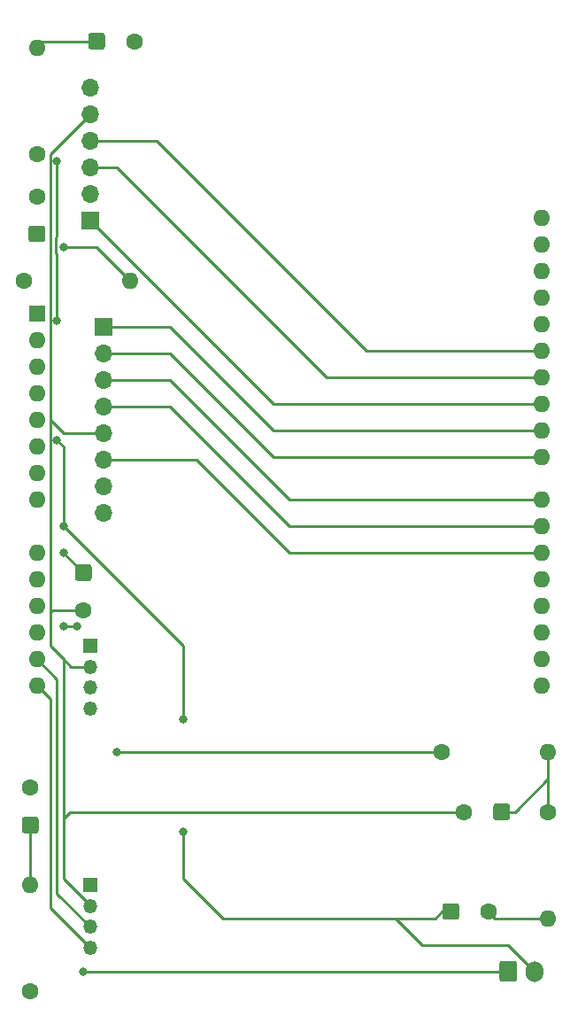
<source format=gbr>
%TF.GenerationSoftware,KiCad,Pcbnew,(5.1.10)-1*%
%TF.CreationDate,2021-11-04T12:05:46-05:00*%
%TF.ProjectId,SR Design1,53522044-6573-4696-976e-312e6b696361,rev?*%
%TF.SameCoordinates,Original*%
%TF.FileFunction,Copper,L1,Top*%
%TF.FilePolarity,Positive*%
%FSLAX46Y46*%
G04 Gerber Fmt 4.6, Leading zero omitted, Abs format (unit mm)*
G04 Created by KiCad (PCBNEW (5.1.10)-1) date 2021-11-04 12:05:46*
%MOMM*%
%LPD*%
G01*
G04 APERTURE LIST*
%TA.AperFunction,ComponentPad*%
%ADD10O,1.700000X2.000000*%
%TD*%
%TA.AperFunction,ComponentPad*%
%ADD11C,1.600000*%
%TD*%
%TA.AperFunction,ComponentPad*%
%ADD12O,1.600000X1.600000*%
%TD*%
%TA.AperFunction,ComponentPad*%
%ADD13O,1.350000X1.350000*%
%TD*%
%TA.AperFunction,ComponentPad*%
%ADD14R,1.350000X1.350000*%
%TD*%
%TA.AperFunction,ComponentPad*%
%ADD15O,1.700000X1.700000*%
%TD*%
%TA.AperFunction,ComponentPad*%
%ADD16R,1.700000X1.700000*%
%TD*%
%TA.AperFunction,ComponentPad*%
%ADD17R,1.600000X1.600000*%
%TD*%
%TA.AperFunction,ViaPad*%
%ADD18C,0.800000*%
%TD*%
%TA.AperFunction,Conductor*%
%ADD19C,0.250000*%
%TD*%
G04 APERTURE END LIST*
D10*
%TO.P,Batt1,2*%
%TO.N,Net-(A1-Pad8)*%
X140295000Y-155575000D03*
%TO.P,Batt1,1*%
%TO.N,Net-(A1-Pad7)*%
%TA.AperFunction,ComponentPad*%
G36*
G01*
X136945000Y-156325000D02*
X136945000Y-154825000D01*
G75*
G02*
X137195000Y-154575000I250000J0D01*
G01*
X138395000Y-154575000D01*
G75*
G02*
X138645000Y-154825000I0J-250000D01*
G01*
X138645000Y-156325000D01*
G75*
G02*
X138395000Y-156575000I-250000J0D01*
G01*
X137195000Y-156575000D01*
G75*
G02*
X136945000Y-156325000I0J250000D01*
G01*
G37*
%TD.AperFunction*%
%TD*%
D11*
%TO.P,P1,2*%
%TO.N,Net-(AUX1-Pad2)*%
X97155000Y-121075000D03*
%TO.P,P1,1*%
%TO.N,Net-(A1-Pad5)*%
%TA.AperFunction,ComponentPad*%
G36*
G01*
X96605000Y-116675000D02*
X97705000Y-116675000D01*
G75*
G02*
X97955000Y-116925000I0J-250000D01*
G01*
X97955000Y-118025000D01*
G75*
G02*
X97705000Y-118275000I-250000J0D01*
G01*
X96605000Y-118275000D01*
G75*
G02*
X96355000Y-118025000I0J250000D01*
G01*
X96355000Y-116925000D01*
G75*
G02*
X96605000Y-116675000I250000J0D01*
G01*
G37*
%TD.AperFunction*%
%TD*%
%TO.P,AUX2,1*%
%TO.N,Net-(A1-Pad8)*%
%TA.AperFunction,ComponentPad*%
G36*
G01*
X131490000Y-150410000D02*
X131490000Y-149310000D01*
G75*
G02*
X131740000Y-149060000I250000J0D01*
G01*
X132840000Y-149060000D01*
G75*
G02*
X133090000Y-149310000I0J-250000D01*
G01*
X133090000Y-150410000D01*
G75*
G02*
X132840000Y-150660000I-250000J0D01*
G01*
X131740000Y-150660000D01*
G75*
G02*
X131490000Y-150410000I0J250000D01*
G01*
G37*
%TD.AperFunction*%
%TO.P,AUX2,2*%
%TO.N,Net-(AUX2-Pad2)*%
X135890000Y-149860000D03*
%TD*%
%TO.P,L3,2*%
%TO.N,Net-(A1-Pad7)*%
X92710000Y-81490000D03*
%TO.P,L3,1*%
%TO.N,Net-(L3-Pad1)*%
%TA.AperFunction,ComponentPad*%
G36*
G01*
X93260000Y-85890000D02*
X92160000Y-85890000D01*
G75*
G02*
X91910000Y-85640000I0J250000D01*
G01*
X91910000Y-84540000D01*
G75*
G02*
X92160000Y-84290000I250000J0D01*
G01*
X93260000Y-84290000D01*
G75*
G02*
X93510000Y-84540000I0J-250000D01*
G01*
X93510000Y-85640000D01*
G75*
G02*
X93260000Y-85890000I-250000J0D01*
G01*
G37*
%TD.AperFunction*%
%TD*%
%TO.P,L2,2*%
%TO.N,Net-(A1-Pad7)*%
X102025000Y-66675000D03*
%TO.P,L2,1*%
%TO.N,Net-(L2-Pad1)*%
%TA.AperFunction,ComponentPad*%
G36*
G01*
X97625000Y-67225000D02*
X97625000Y-66125000D01*
G75*
G02*
X97875000Y-65875000I250000J0D01*
G01*
X98975000Y-65875000D01*
G75*
G02*
X99225000Y-66125000I0J-250000D01*
G01*
X99225000Y-67225000D01*
G75*
G02*
X98975000Y-67475000I-250000J0D01*
G01*
X97875000Y-67475000D01*
G75*
G02*
X97625000Y-67225000I0J250000D01*
G01*
G37*
%TD.AperFunction*%
%TD*%
%TO.P,L1,2*%
%TO.N,Net-(A1-Pad7)*%
X92075000Y-138005000D03*
%TO.P,L1,1*%
%TO.N,Net-(L1-Pad1)*%
%TA.AperFunction,ComponentPad*%
G36*
G01*
X92625000Y-142405000D02*
X91525000Y-142405000D01*
G75*
G02*
X91275000Y-142155000I0J250000D01*
G01*
X91275000Y-141055000D01*
G75*
G02*
X91525000Y-140805000I250000J0D01*
G01*
X92625000Y-140805000D01*
G75*
G02*
X92875000Y-141055000I0J-250000D01*
G01*
X92875000Y-142155000D01*
G75*
G02*
X92625000Y-142405000I-250000J0D01*
G01*
G37*
%TD.AperFunction*%
%TD*%
%TO.P,AUX1,2*%
%TO.N,Net-(AUX1-Pad2)*%
X133560000Y-140335000D03*
%TO.P,AUX1,1*%
%TO.N,Net-(AUX1-Pad1)*%
%TA.AperFunction,ComponentPad*%
G36*
G01*
X137960000Y-139785000D02*
X137960000Y-140885000D01*
G75*
G02*
X137710000Y-141135000I-250000J0D01*
G01*
X136610000Y-141135000D01*
G75*
G02*
X136360000Y-140885000I0J250000D01*
G01*
X136360000Y-139785000D01*
G75*
G02*
X136610000Y-139535000I250000J0D01*
G01*
X137710000Y-139535000D01*
G75*
G02*
X137960000Y-139785000I0J-250000D01*
G01*
G37*
%TD.AperFunction*%
%TD*%
D12*
%TO.P,R3,2*%
%TO.N,Net-(L3-Pad1)*%
X101600000Y-89535000D03*
D11*
%TO.P,R3,1*%
%TO.N,Net-(A1-Pad4)*%
X91440000Y-89535000D03*
%TD*%
D12*
%TO.P,R5,2*%
%TO.N,Net-(AUX2-Pad2)*%
X141605000Y-150495000D03*
D11*
%TO.P,R5,1*%
%TO.N,Net-(AUX1-Pad1)*%
X141605000Y-140335000D03*
%TD*%
D12*
%TO.P,R4,2*%
%TO.N,Net-(AUX1-Pad1)*%
X141605000Y-134620000D03*
D11*
%TO.P,R4,1*%
%TO.N,Net-(A1-Pad7)*%
X131445000Y-134620000D03*
%TD*%
D13*
%TO.P,J2,4*%
%TO.N,Net-(A1-Pad18)*%
X97790000Y-130460000D03*
%TO.P,J2,3*%
%TO.N,Net-(A1-Pad19)*%
X97790000Y-128460000D03*
%TO.P,J2,2*%
%TO.N,Net-(AUX1-Pad2)*%
X97790000Y-126460000D03*
D14*
%TO.P,J2,1*%
%TO.N,Net-(A1-Pad7)*%
X97790000Y-124460000D03*
%TD*%
D13*
%TO.P,J1,4*%
%TO.N,Net-(A1-Pad14)*%
X97790000Y-153320000D03*
%TO.P,J1,3*%
%TO.N,Net-(A1-Pad13)*%
X97790000Y-151320000D03*
%TO.P,J1,2*%
%TO.N,Net-(AUX1-Pad2)*%
X97790000Y-149320000D03*
D14*
%TO.P,J1,1*%
%TO.N,Net-(A1-Pad7)*%
X97790000Y-147320000D03*
%TD*%
D12*
%TO.P,R1,2*%
%TO.N,Net-(L1-Pad1)*%
X92075000Y-147320000D03*
D11*
%TO.P,R1,1*%
%TO.N,Net-(A1-Pad17)*%
X92075000Y-157480000D03*
%TD*%
D12*
%TO.P,R2,2*%
%TO.N,Net-(L2-Pad1)*%
X92710000Y-67310000D03*
D11*
%TO.P,R2,1*%
%TO.N,Net-(A1-Pad8)*%
X92710000Y-77470000D03*
%TD*%
D15*
%TO.P,J3,8*%
%TO.N,Net-(A1-Pad12)*%
X99060000Y-111760000D03*
%TO.P,J3,7*%
%TO.N,Net-(A1-Pad7)*%
X99060000Y-109220000D03*
%TO.P,J3,6*%
%TO.N,Net-(A1-Pad20)*%
X99060000Y-106680000D03*
%TO.P,J3,5*%
%TO.N,Net-(AUX1-Pad2)*%
X99060000Y-104140000D03*
%TO.P,J3,4*%
%TO.N,Net-(A1-Pad21)*%
X99060000Y-101600000D03*
%TO.P,J3,3*%
%TO.N,Net-(A1-Pad22)*%
X99060000Y-99060000D03*
%TO.P,J3,2*%
%TO.N,Net-(A1-Pad23)*%
X99060000Y-96520000D03*
D16*
%TO.P,J3,1*%
%TO.N,Net-(A1-Pad24)*%
X99060000Y-93980000D03*
%TD*%
D12*
%TO.P,A1,16*%
%TO.N,Net-(A1-Pad16)*%
X140970000Y-125730000D03*
%TO.P,A1,15*%
%TO.N,Net-(A1-Pad15)*%
X140970000Y-128270000D03*
%TO.P,A1,30*%
%TO.N,Net-(A1-Pad30)*%
X140970000Y-88650000D03*
%TO.P,A1,14*%
%TO.N,Net-(A1-Pad14)*%
X92710000Y-128270000D03*
%TO.P,A1,29*%
%TO.N,Net-(A1-Pad29)*%
X140970000Y-91190000D03*
%TO.P,A1,13*%
%TO.N,Net-(A1-Pad13)*%
X92710000Y-125730000D03*
%TO.P,A1,28*%
%TO.N,Net-(A1-Pad28)*%
X140970000Y-93730000D03*
%TO.P,A1,12*%
%TO.N,Net-(A1-Pad12)*%
X92710000Y-123190000D03*
%TO.P,A1,27*%
%TO.N,Net-(A1-Pad27)*%
X140970000Y-96270000D03*
%TO.P,A1,11*%
%TO.N,Net-(A1-Pad11)*%
X92710000Y-120650000D03*
%TO.P,A1,26*%
%TO.N,Net-(A1-Pad26)*%
X140970000Y-98810000D03*
%TO.P,A1,10*%
%TO.N,Net-(A1-Pad10)*%
X92710000Y-118110000D03*
%TO.P,A1,25*%
%TO.N,Net-(A1-Pad25)*%
X140970000Y-101350000D03*
%TO.P,A1,9*%
%TO.N,Net-(A1-Pad9)*%
X92710000Y-115570000D03*
%TO.P,A1,24*%
%TO.N,Net-(A1-Pad24)*%
X140970000Y-103890000D03*
%TO.P,A1,8*%
%TO.N,Net-(A1-Pad8)*%
X92710000Y-110490000D03*
%TO.P,A1,23*%
%TO.N,Net-(A1-Pad23)*%
X140970000Y-106430000D03*
%TO.P,A1,7*%
%TO.N,Net-(A1-Pad7)*%
X92710000Y-107950000D03*
%TO.P,A1,22*%
%TO.N,Net-(A1-Pad22)*%
X140970000Y-110490000D03*
%TO.P,A1,6*%
%TO.N,Net-(A1-Pad6)*%
X92710000Y-105410000D03*
%TO.P,A1,21*%
%TO.N,Net-(A1-Pad21)*%
X140970000Y-113030000D03*
%TO.P,A1,5*%
%TO.N,Net-(A1-Pad5)*%
X92710000Y-102870000D03*
%TO.P,A1,20*%
%TO.N,Net-(A1-Pad20)*%
X140970000Y-115570000D03*
%TO.P,A1,4*%
%TO.N,Net-(A1-Pad4)*%
X92710000Y-100330000D03*
%TO.P,A1,19*%
%TO.N,Net-(A1-Pad19)*%
X140970000Y-118110000D03*
%TO.P,A1,3*%
%TO.N,Net-(A1-Pad3)*%
X92710000Y-97790000D03*
%TO.P,A1,18*%
%TO.N,Net-(A1-Pad18)*%
X140970000Y-120650000D03*
%TO.P,A1,2*%
%TO.N,Net-(A1-Pad2)*%
X92710000Y-95250000D03*
%TO.P,A1,17*%
%TO.N,Net-(A1-Pad17)*%
X140970000Y-123190000D03*
D17*
%TO.P,A1,1*%
%TO.N,Net-(A1-Pad1)*%
X92710000Y-92710000D03*
D12*
%TO.P,A1,31*%
%TO.N,Net-(A1-Pad31)*%
X140970000Y-86110000D03*
%TO.P,A1,32*%
%TO.N,Net-(A1-Pad32)*%
X140970000Y-83570000D03*
%TD*%
D15*
%TO.P,J4,6*%
%TO.N,Net-(A1-Pad7)*%
X97790000Y-71120000D03*
%TO.P,J4,5*%
%TO.N,Net-(AUX1-Pad2)*%
X97790000Y-73660000D03*
%TO.P,J4,4*%
%TO.N,Net-(A1-Pad27)*%
X97790000Y-76200000D03*
%TO.P,J4,3*%
%TO.N,Net-(A1-Pad26)*%
X97790000Y-78740000D03*
%TO.P,J4,2*%
%TO.N,Net-(A1-Pad28)*%
X97790000Y-81280000D03*
D16*
%TO.P,J4,1*%
%TO.N,Net-(A1-Pad25)*%
X97790000Y-83820000D03*
%TD*%
D18*
%TO.N,Net-(A1-Pad12)*%
X95250000Y-122555000D03*
X96520000Y-122555000D03*
%TO.N,Net-(A1-Pad8)*%
X94615000Y-104775000D03*
X94615000Y-93345000D03*
X94615000Y-78105000D03*
X95250000Y-113030000D03*
X106680000Y-131445000D03*
X106680000Y-142240000D03*
%TO.N,Net-(A1-Pad7)*%
X100330000Y-134620000D03*
X97155000Y-155575000D03*
%TO.N,Net-(A1-Pad5)*%
X95250000Y-115570000D03*
%TO.N,Net-(L3-Pad1)*%
X95250000Y-86360000D03*
%TD*%
D19*
%TO.N,Net-(A1-Pad14)*%
X92710000Y-128270000D02*
X93980000Y-129540000D01*
X97790000Y-153320000D02*
X93980000Y-149510000D01*
X93980000Y-149510000D02*
X93980000Y-129540000D01*
%TO.N,Net-(A1-Pad13)*%
X97790000Y-151320000D02*
X94615000Y-148145000D01*
X94615000Y-148145000D02*
X94615000Y-127635000D01*
X92710000Y-125730000D02*
X94615000Y-127635000D01*
%TO.N,Net-(A1-Pad12)*%
X96520000Y-122555000D02*
X95250000Y-122555000D01*
%TO.N,Net-(A1-Pad27)*%
X97790000Y-76200000D02*
X104140000Y-76200000D01*
X124210000Y-96270000D02*
X140970000Y-96270000D01*
X104140000Y-76200000D02*
X124210000Y-96270000D01*
%TO.N,Net-(A1-Pad26)*%
X97790000Y-78740000D02*
X100330000Y-78740000D01*
X120400000Y-98810000D02*
X140970000Y-98810000D01*
X100330000Y-78740000D02*
X120400000Y-98810000D01*
%TO.N,Net-(A1-Pad25)*%
X115320000Y-101350000D02*
X140970000Y-101350000D01*
X97790000Y-83820000D02*
X115320000Y-101350000D01*
%TO.N,Net-(A1-Pad24)*%
X99060000Y-93980000D02*
X105410000Y-93980000D01*
X115320000Y-103890000D02*
X140970000Y-103890000D01*
X105410000Y-93980000D02*
X115320000Y-103890000D01*
%TO.N,Net-(A1-Pad8)*%
X106680000Y-124460000D02*
X95250000Y-113030000D01*
X106680000Y-131445000D02*
X106680000Y-124460000D01*
X94615000Y-92619999D02*
X94615000Y-93345000D01*
X94615000Y-86995000D02*
X94615000Y-92619999D01*
X94524999Y-86904999D02*
X94615000Y-86995000D01*
X94524999Y-85438001D02*
X94524999Y-86904999D01*
X94615000Y-85348000D02*
X94524999Y-85438001D01*
X94615000Y-78105000D02*
X94615000Y-85348000D01*
X95250000Y-113030000D02*
X95250000Y-105410000D01*
X94615000Y-104775000D02*
X95250000Y-105410000D01*
X106680000Y-142240000D02*
X106680000Y-146685000D01*
X106680000Y-146685000D02*
X110490000Y-150495000D01*
X126365000Y-150495000D02*
X125730000Y-150495000D01*
X110490000Y-150495000D02*
X126365000Y-150495000D01*
X132290000Y-149860000D02*
X131445000Y-149860000D01*
X131445000Y-149860000D02*
X130810000Y-150495000D01*
X140295000Y-155575000D02*
X137755000Y-153035000D01*
X129540000Y-153035000D02*
X127000000Y-150495000D01*
X137755000Y-153035000D02*
X129540000Y-153035000D01*
X127000000Y-150495000D02*
X125730000Y-150495000D01*
X130810000Y-150495000D02*
X127000000Y-150495000D01*
%TO.N,Net-(A1-Pad23)*%
X140970000Y-106430000D02*
X115320000Y-106430000D01*
X105410000Y-96520000D02*
X99060000Y-96520000D01*
X115320000Y-106430000D02*
X105410000Y-96520000D01*
%TO.N,Net-(A1-Pad7)*%
X131445000Y-134620000D02*
X101600000Y-134620000D01*
X101600000Y-134620000D02*
X100330000Y-134620000D01*
X119380000Y-155575000D02*
X97155000Y-155575000D01*
X137795000Y-155575000D02*
X119380000Y-155575000D01*
%TO.N,Net-(A1-Pad22)*%
X140970000Y-110490000D02*
X116840000Y-110490000D01*
X105410000Y-99060000D02*
X99060000Y-99060000D01*
X116840000Y-110490000D02*
X105410000Y-99060000D01*
%TO.N,Net-(A1-Pad21)*%
X140970000Y-113030000D02*
X116840000Y-113030000D01*
X116840000Y-113030000D02*
X105410000Y-101600000D01*
X105410000Y-101600000D02*
X99060000Y-101600000D01*
%TO.N,Net-(A1-Pad5)*%
X95250000Y-115570000D02*
X97155000Y-117475000D01*
%TO.N,Net-(A1-Pad20)*%
X99060000Y-106680000D02*
X107950000Y-106680000D01*
X116840000Y-115570000D02*
X140970000Y-115570000D01*
X107950000Y-106680000D02*
X116840000Y-115570000D01*
%TO.N,Net-(A1-Pad19)*%
X141031040Y-118171040D02*
X140970000Y-118110000D01*
%TO.N,Net-(L1-Pad1)*%
X92075000Y-141605000D02*
X92075000Y-147320000D01*
%TO.N,Net-(L2-Pad1)*%
X93345000Y-66675000D02*
X92710000Y-67310000D01*
X98425000Y-66675000D02*
X93345000Y-66675000D01*
%TO.N,Net-(AUX1-Pad1)*%
X138430000Y-140335000D02*
X141605000Y-137160000D01*
X141605000Y-137160000D02*
X141605000Y-140335000D01*
X137160000Y-140335000D02*
X138430000Y-140335000D01*
X141605000Y-134620000D02*
X141605000Y-137160000D01*
%TO.N,Net-(L3-Pad1)*%
X98425000Y-86360000D02*
X95250000Y-86360000D01*
X98425000Y-86360000D02*
X101600000Y-89535000D01*
%TO.N,Net-(AUX1-Pad2)*%
X93980000Y-102870000D02*
X95250000Y-104140000D01*
X95250000Y-76200000D02*
X97790000Y-73660000D01*
X95250000Y-104140000D02*
X99060000Y-104140000D01*
X95980000Y-126460000D02*
X95250000Y-125730000D01*
X97790000Y-126460000D02*
X95980000Y-126460000D01*
X97790000Y-149255002D02*
X97790000Y-149320000D01*
X95250000Y-146715002D02*
X97790000Y-149255002D01*
X95250000Y-125730000D02*
X93980000Y-124460000D01*
X93980000Y-102870000D02*
X93980000Y-77470000D01*
X93980000Y-77470000D02*
X95250000Y-76200000D01*
X133560000Y-140335000D02*
X131445000Y-140335000D01*
X95250000Y-125730000D02*
X95250000Y-140335000D01*
X94190000Y-121075000D02*
X93980000Y-121285000D01*
X97155000Y-121075000D02*
X94190000Y-121075000D01*
X93980000Y-121285000D02*
X93980000Y-102870000D01*
X93980000Y-124460000D02*
X93980000Y-121285000D01*
X133560000Y-140335000D02*
X95885000Y-140335000D01*
X95250000Y-140970000D02*
X95250000Y-146715002D01*
X95885000Y-140335000D02*
X95250000Y-140970000D01*
X95250000Y-140335000D02*
X95250000Y-140970000D01*
%TO.N,Net-(AUX2-Pad2)*%
X136525000Y-150495000D02*
X135890000Y-149860000D01*
X141605000Y-150495000D02*
X136525000Y-150495000D01*
%TD*%
M02*

</source>
